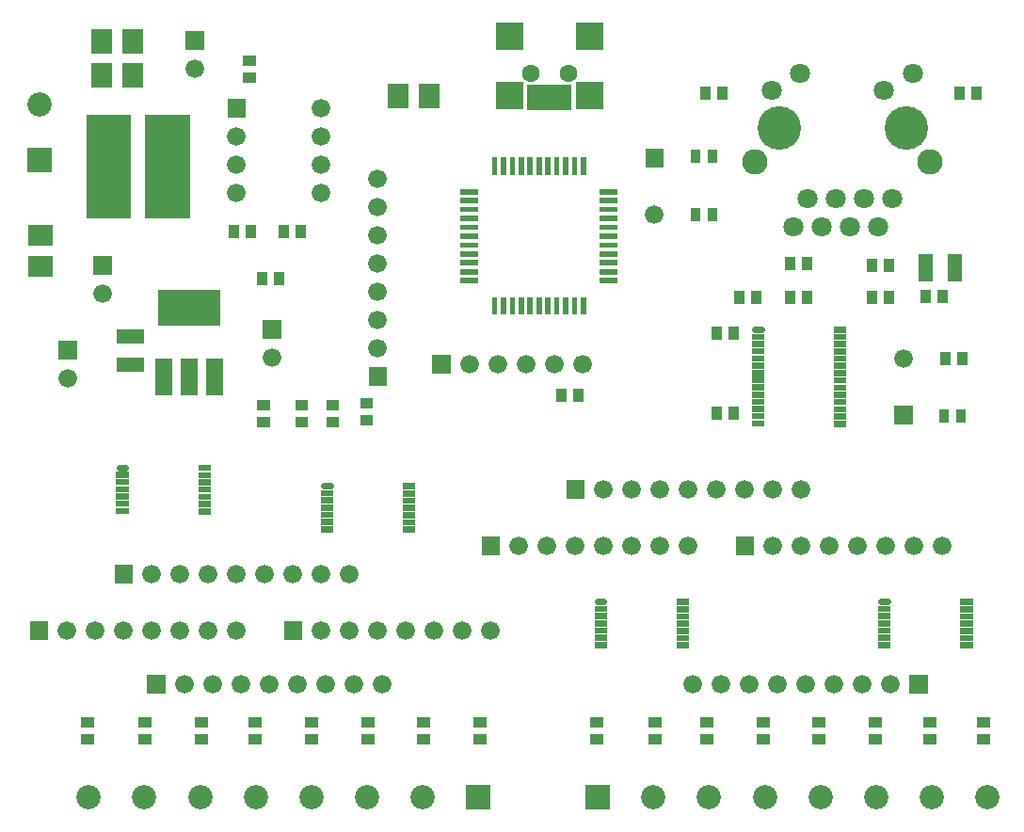
<source format=gts>
G04 start of page 4 for group -4063 idx -4063 *
G04 Title: (unknown), componentmask *
G04 Creator: pcb 20091103 *
G04 CreationDate: Wed 19 Jan 2011 06:29:37 AM GMT UTC *
G04 For: nwertzberger *
G04 Format: Gerber/RS-274X *
G04 PCB-Dimensions: 400000 300000 *
G04 PCB-Coordinate-Origin: lower left *
%MOIN*%
%FSLAX25Y25*%
%LNFRONTMASK*%
%ADD11C,0.0200*%
%ADD40C,0.0860*%
%ADD41C,0.0660*%
%ADD42C,0.0710*%
%ADD43C,0.1540*%
%ADD44C,0.0900*%
%ADD45C,0.0630*%
%ADD46R,0.0360X0.0360*%
%ADD47C,0.0220*%
%ADD48R,0.0220X0.0220*%
%ADD49R,0.0187X0.0187*%
%ADD50R,0.0317X0.0317*%
%ADD51R,0.0493X0.0493*%
%ADD52R,0.0750X0.0750*%
%ADD53R,0.1590X0.1590*%
%ADD54R,0.0620X0.0620*%
%ADD55R,0.1280X0.1280*%
G54D40*X99100Y20000D03*
X59700D03*
G54D11*G36*
X216000Y24300D02*Y15700D01*
X224600D01*
Y24300D01*
X216000D01*
G37*
G36*
X173600D02*Y15700D01*
X182200D01*
Y24300D01*
X173600D01*
G37*
G54D40*X158200Y20000D03*
X138500D03*
X118800D03*
X338500D03*
X358200D03*
G54D11*G36*
X330700Y63300D02*Y56700D01*
X337300D01*
Y63300D01*
X330700D01*
G37*
G36*
X325170Y158553D02*Y151953D01*
X331770D01*
Y158553D01*
X325170D01*
G37*
G54D41*X328470Y175253D03*
X332370Y108953D03*
X342370D03*
G54D40*X240000Y20000D03*
X259700D03*
X279400D03*
X299100D03*
X318800D03*
G54D41*X324000Y60000D03*
X314000D03*
X304000D03*
X294000D03*
X284000D03*
X274000D03*
X264000D03*
X254000D03*
G54D11*G36*
X237070Y249753D02*Y243153D01*
X243670D01*
Y249753D01*
X237070D01*
G37*
G54D41*X240370Y226453D03*
X232370Y108953D03*
Y128953D03*
X242370D03*
Y108953D03*
X252370D03*
Y128953D03*
X262370D03*
X272370D03*
X282370D03*
X292370D03*
G54D11*G36*
X269070Y112253D02*Y105653D01*
X275670D01*
Y112253D01*
X269070D01*
G37*
G54D41*X282370Y108953D03*
X292370D03*
X302370D03*
X312370D03*
X322370D03*
G54D42*X324400Y232000D03*
X331800Y276400D03*
X321700Y270400D03*
G54D43*X329400Y257000D03*
G54D42*X319400Y222000D03*
X314400Y232000D03*
X304400D03*
X294400D03*
X309400Y222000D03*
X299400D03*
X289400D03*
X291900Y276400D03*
X281800Y270400D03*
G54D43*X284400Y257000D03*
G54D44*X275900Y245000D03*
X337900D03*
G54D40*X79400Y20000D03*
X40000D03*
G54D11*G36*
X60700Y63300D02*Y56700D01*
X67300D01*
Y63300D01*
X60700D01*
G37*
G36*
X49070Y102253D02*Y95653D01*
X55670D01*
Y102253D01*
X49070D01*
G37*
G36*
X19070Y82253D02*Y75653D01*
X25670D01*
Y82253D01*
X19070D01*
G37*
G54D41*X32370Y78953D03*
X42370D03*
X52370D03*
X62370D03*
X72370D03*
X62370Y98953D03*
X72370D03*
X82370D03*
X92370D03*
X102370D03*
X112370D03*
G54D11*G36*
X109070Y82253D02*Y75653D01*
X115670D01*
Y82253D01*
X109070D01*
G37*
G54D41*X122370Y98953D03*
Y78953D03*
X132370Y98953D03*
Y78953D03*
X74000Y60000D03*
X84000D03*
X94000D03*
X104000D03*
X114000D03*
X124000D03*
X134000D03*
X144000D03*
X82370Y78953D03*
X92370D03*
X142370D03*
X152370D03*
X162370D03*
X172370D03*
X182370D03*
G54D11*G36*
X179070Y112253D02*Y105653D01*
X185670D01*
Y112253D01*
X179070D01*
G37*
G54D41*X192370Y108953D03*
X202370D03*
X212370D03*
X222370D03*
G54D11*G36*
X209070Y132253D02*Y125653D01*
X215670D01*
Y132253D01*
X209070D01*
G37*
G54D41*X222370Y128953D03*
G54D11*G36*
X161570Y176753D02*Y170153D01*
X168170D01*
Y176753D01*
X161570D01*
G37*
G54D41*X174870Y173453D03*
X184870D03*
X194870D03*
X204870D03*
X214870D03*
G54D11*G36*
X29200Y181600D02*Y175000D01*
X35800D01*
Y181600D01*
X29200D01*
G37*
G54D41*X32500Y168300D03*
G54D11*G36*
X41700Y211600D02*Y205000D01*
X48300D01*
Y211600D01*
X41700D01*
G37*
G54D41*X45000Y198300D03*
G54D11*G36*
X18200Y250100D02*Y241500D01*
X26800D01*
Y250100D01*
X18200D01*
G37*
G36*
X139070Y172253D02*Y165653D01*
X145670D01*
Y172253D01*
X139070D01*
G37*
G54D41*X142370Y178953D03*
G54D11*G36*
X101700Y189100D02*Y182500D01*
X108300D01*
Y189100D01*
X101700D01*
G37*
G54D41*X105000Y175800D03*
X142370Y188953D03*
Y198953D03*
Y208953D03*
Y218953D03*
Y228953D03*
Y238953D03*
X92370Y243953D03*
Y233953D03*
X122370D03*
Y243953D03*
G54D11*G36*
X184200Y273434D02*Y263834D01*
X193800D01*
Y273434D01*
X184200D01*
G37*
G36*
X212546D02*Y263834D01*
X222146D01*
Y273434D01*
X212546D01*
G37*
G36*
Y294300D02*Y284700D01*
X222146D01*
Y294300D01*
X212546D01*
G37*
G36*
X184200D02*Y284700D01*
X193800D01*
Y294300D01*
X184200D01*
G37*
G54D45*X209866Y276508D03*
X196480D03*
G54D11*G36*
X89070Y267253D02*Y260653D01*
X95670D01*
Y267253D01*
X89070D01*
G37*
G54D40*X22500Y265500D03*
G54D41*X92370Y253953D03*
X122370D03*
Y263953D03*
G54D11*G36*
X74200Y291300D02*Y284700D01*
X80800D01*
Y291300D01*
X74200D01*
G37*
G54D41*X77500Y278000D03*
G54D46*X39000Y40500D02*X40000D01*
X39000Y46500D02*X40000D01*
X59500Y40500D02*X60500D01*
X79500D02*X80500D01*
X98500D02*X99500D01*
X59500Y46500D02*X60500D01*
X79500D02*X80500D01*
X98500D02*X99500D01*
X118500D02*X119500D01*
X138500D02*X139500D01*
X158000D02*X159000D01*
X118500Y40500D02*X119500D01*
X138500D02*X139500D01*
X158000D02*X159000D01*
X178000D02*X179000D01*
X356500D02*X357500D01*
X178000Y46500D02*X179000D01*
X356500D02*X357500D01*
X219500Y40500D02*X220500D01*
X219500Y46500D02*X220500D01*
X240000Y40500D02*X241000D01*
X240000Y46500D02*X241000D01*
X258500Y40500D02*X259500D01*
X258500Y46500D02*X259500D01*
X318000Y40500D02*X319000D01*
X278500D02*X279500D01*
X298000D02*X299000D01*
X318000Y46500D02*X319000D01*
X298000D02*X299000D01*
X337500Y40500D02*X338500D01*
X278500Y46500D02*X279500D01*
G54D47*X320670Y89253D02*X322870D01*
G54D48*X320670Y86653D02*X322870D01*
X320670Y84153D02*X322870D01*
X320670Y81553D02*X322870D01*
X320670Y78953D02*X322870D01*
X320670Y76453D02*X322870D01*
X320670Y73853D02*X322870D01*
G54D49*X215220Y245599D02*Y241173D01*
X212071Y245599D02*Y241173D01*
X208921Y245599D02*Y241173D01*
X205772Y245599D02*Y241173D01*
X202622Y245599D02*Y241173D01*
G54D50*X209473Y270799D02*Y264895D01*
X206323Y270799D02*Y264895D01*
X203173Y270799D02*Y264895D01*
G54D46*X288370Y209453D02*Y208453D01*
Y197453D02*Y196453D01*
X294370Y209453D02*Y208453D01*
Y197453D02*Y196453D01*
X260870Y226953D02*Y225953D01*
X254870Y226953D02*Y225953D01*
G54D49*X221944Y221850D02*X226370D01*
X221944Y225000D02*X226370D01*
X221944Y228149D02*X226370D01*
X221944Y231299D02*X226370D01*
X221944Y234449D02*X226370D01*
G54D46*X260870Y247453D02*Y246453D01*
X254870Y247453D02*Y246453D01*
X258370Y269953D02*Y268953D01*
X264370Y269953D02*Y268953D01*
X213370Y162953D02*Y161953D01*
X207370Y162953D02*Y161953D01*
G54D49*X202621Y196229D02*Y191803D01*
X205771Y196229D02*Y191803D01*
X208920Y196229D02*Y191803D01*
X212070Y196229D02*Y191803D01*
X215220Y196229D02*Y191803D01*
X221944Y202953D02*X226370D01*
X221944Y206102D02*X226370D01*
X221944Y209252D02*X226370D01*
X221944Y212401D02*X226370D01*
X221944Y215551D02*X226370D01*
X221944Y218701D02*X226370D01*
G54D46*X270370Y197453D02*Y196453D01*
X276370Y197453D02*Y196453D01*
X262370Y184953D02*Y183953D01*
X268370Y184953D02*Y183953D01*
G54D47*X275870Y185653D02*X278070D01*
G54D46*X268370Y156453D02*Y155453D01*
X262370Y156453D02*Y155453D01*
G54D48*X275870Y183053D02*X278070D01*
X275870Y180553D02*X278070D01*
X275870Y177953D02*X278070D01*
X275870Y175353D02*X278070D01*
X275870Y172853D02*X278070D01*
X275870Y170253D02*X278070D01*
X275870Y167753D02*X278070D01*
X275870Y165153D02*X278070D01*
X275870Y162553D02*X278070D01*
X275870Y160053D02*X278070D01*
X275870Y157453D02*X278070D01*
X275870Y154953D02*X278070D01*
X275870Y152353D02*X278070D01*
X304970Y152253D02*X307170D01*
X304970Y154853D02*X307170D01*
X304970Y157353D02*X307170D01*
X304970Y159953D02*X307170D01*
X304970Y162553D02*X307170D01*
X304970Y165053D02*X307170D01*
X304970Y167653D02*X307170D01*
X304970Y170153D02*X307170D01*
X304970Y172753D02*X307170D01*
X304970Y175353D02*X307170D01*
X304970Y177853D02*X307170D01*
X304970Y180453D02*X307170D01*
X304970Y182953D02*X307170D01*
X304970Y185553D02*X307170D01*
G54D46*X337500Y46500D02*X338500D01*
X342870Y155453D02*Y154453D01*
X343500Y175800D02*Y174800D01*
G54D48*X349770Y73753D02*X351970D01*
X349770Y76353D02*X351970D01*
X349770Y78853D02*X351970D01*
X349770Y81453D02*X351970D01*
X349770Y84053D02*X351970D01*
X349770Y86553D02*X351970D01*
X349770Y89153D02*X351970D01*
G54D46*X348870Y155453D02*Y154453D01*
X354370Y269953D02*Y268953D01*
X348370Y269953D02*Y268953D01*
X349500Y175800D02*Y174800D01*
X323370Y208953D02*Y207953D01*
G54D51*X346606Y209953D02*Y205229D01*
X336370Y209953D02*Y205229D01*
G54D46*X317370Y208953D02*Y207953D01*
X323370Y197453D02*Y196453D01*
X317370Y197453D02*Y196453D01*
X342370Y197953D02*Y196953D01*
X336370Y197953D02*Y196953D01*
G54D52*X22370Y218953D02*X23570D01*
X44500Y276300D02*Y275100D01*
X55500Y276300D02*Y275100D01*
X44500Y288300D02*Y287100D01*
X55500Y288300D02*Y287100D01*
G54D53*X47100Y253700D02*Y232900D01*
G54D52*X22370Y207953D02*X23570D01*
G54D51*X52500Y183300D02*X57224D01*
X52500Y173064D02*X57224D01*
G54D47*X50770Y136753D02*X52970D01*
G54D48*X50770Y134153D02*X52970D01*
X50770Y131653D02*X52970D01*
X50770Y129053D02*X52970D01*
X50770Y126453D02*X52970D01*
X50770Y123953D02*X52970D01*
X50770Y121353D02*X52970D01*
G54D49*X199472Y245599D02*Y241173D01*
X196323Y245599D02*Y241173D01*
X193173Y245599D02*Y241173D01*
X190024Y245599D02*Y241173D01*
X186874Y245599D02*Y241173D01*
X183724Y245599D02*Y241173D01*
G54D52*X160500Y268900D02*Y267700D01*
X149500Y268900D02*Y267700D01*
G54D50*X196873Y270799D02*Y264895D01*
X200023Y270799D02*Y264895D01*
G54D46*X91500Y220800D02*Y219800D01*
X101370Y152953D02*X102370D01*
X101370Y158953D02*X102370D01*
X96500Y274800D02*X97500D01*
X96500Y280800D02*X97500D01*
X101500Y204300D02*Y203300D01*
X97500Y220800D02*Y219800D01*
X109000Y220800D02*Y219800D01*
X115000Y220800D02*Y219800D01*
X107500Y204300D02*Y203300D01*
G54D49*X172574Y234449D02*X177000D01*
X172574Y231300D02*X177000D01*
X172574Y228150D02*X177000D01*
X172574Y225001D02*X177000D01*
X172574Y221851D02*X177000D01*
X172574Y218701D02*X177000D01*
X172574Y215552D02*X177000D01*
X172574Y212402D02*X177000D01*
X172574Y209253D02*X177000D01*
X172574Y206103D02*X177000D01*
X172574Y202953D02*X177000D01*
X183724Y196229D02*Y191803D01*
X186873Y196229D02*Y191803D01*
X190023Y196229D02*Y191803D01*
X193172Y196229D02*Y191803D01*
X196322Y196229D02*Y191803D01*
X199472Y196229D02*Y191803D01*
G54D48*X79870Y121253D02*X82070D01*
X79870Y123853D02*X82070D01*
X79870Y126353D02*X82070D01*
X79870Y128953D02*X82070D01*
X79870Y131553D02*X82070D01*
X79870Y134053D02*X82070D01*
X79870Y136653D02*X82070D01*
G54D54*X66500Y172200D02*Y165600D01*
G54D53*X67900Y253700D02*Y232900D01*
G54D54*X75500Y172200D02*Y165600D01*
X84600Y172200D02*Y165600D01*
G54D55*X71000Y193300D02*X80000D01*
G54D46*X114870Y152953D02*X115870D01*
X114870Y158953D02*X115870D01*
X137870Y153453D02*X138870D01*
X125870Y152953D02*X126870D01*
X125870Y158953D02*X126870D01*
X137870Y159453D02*X138870D01*
G54D47*X123270Y130253D02*X125470D01*
G54D48*X123270Y127653D02*X125470D01*
X123270Y125153D02*X125470D01*
X123270Y122553D02*X125470D01*
X123270Y119953D02*X125470D01*
X123270Y117453D02*X125470D01*
X123270Y114853D02*X125470D01*
X152370Y114753D02*X154570D01*
X152370Y117353D02*X154570D01*
X152370Y119853D02*X154570D01*
X152370Y122453D02*X154570D01*
X152370Y125053D02*X154570D01*
X152370Y127553D02*X154570D01*
X152370Y130153D02*X154570D01*
G54D47*X220170Y89253D02*X222370D01*
G54D48*X220170Y86653D02*X222370D01*
X220170Y84153D02*X222370D01*
X220170Y81553D02*X222370D01*
X220170Y78953D02*X222370D01*
X220170Y76453D02*X222370D01*
X220170Y73853D02*X222370D01*
X249270Y73753D02*X251470D01*
X249270Y76353D02*X251470D01*
X249270Y78853D02*X251470D01*
X249270Y81453D02*X251470D01*
X249270Y84053D02*X251470D01*
X249270Y86553D02*X251470D01*
X249270Y89153D02*X251470D01*
M02*

</source>
